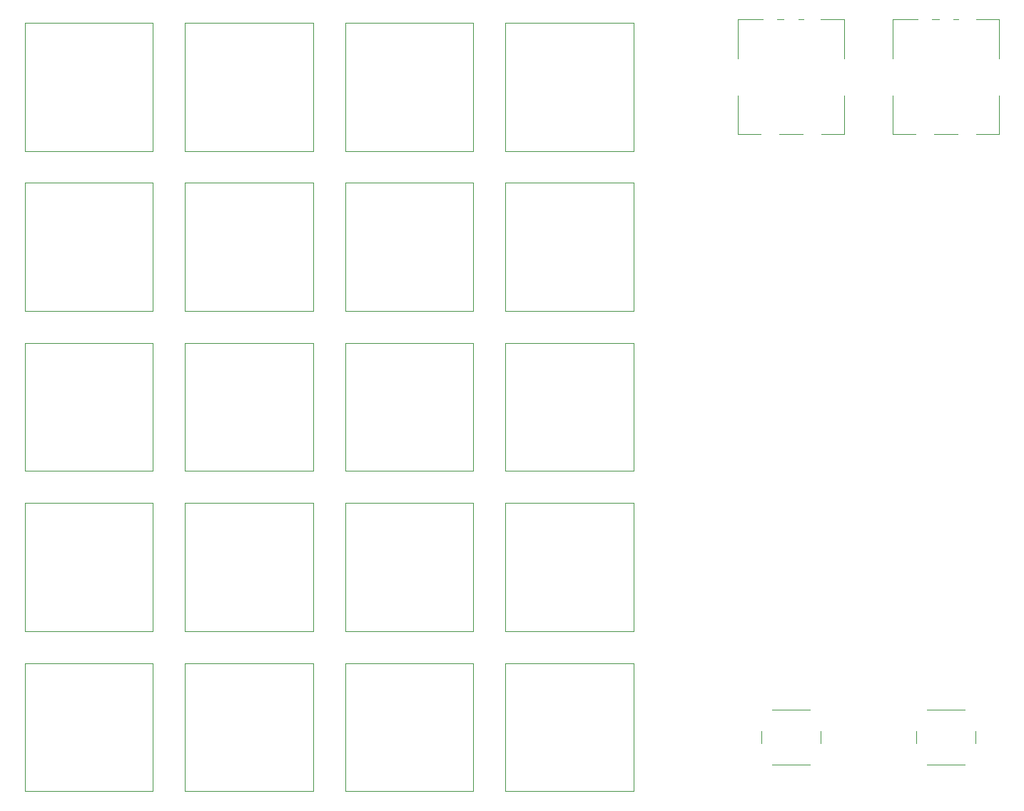
<source format=gbr>
%TF.GenerationSoftware,KiCad,Pcbnew,9.0.4*%
%TF.CreationDate,2025-10-10T02:19:09+02:00*%
%TF.ProjectId,ecad,65636164-2e6b-4696-9361-645f70636258,rev?*%
%TF.SameCoordinates,Original*%
%TF.FileFunction,Legend,Top*%
%TF.FilePolarity,Positive*%
%FSLAX46Y46*%
G04 Gerber Fmt 4.6, Leading zero omitted, Abs format (unit mm)*
G04 Created by KiCad (PCBNEW 9.0.4) date 2025-10-10 02:19:09*
%MOMM*%
%LPD*%
G01*
G04 APERTURE LIST*
%ADD10C,0.120000*%
G04 APERTURE END LIST*
D10*
%TO.C,SW17*%
X108600000Y-98300000D02*
X108600000Y-113500000D01*
X108600000Y-113500000D02*
X123800000Y-113500000D01*
X123800000Y-98300000D02*
X108600000Y-98300000D01*
X123800000Y-113500000D02*
X123800000Y-98300000D01*
%TO.C,SW2*%
X127600000Y-136300000D02*
X127600000Y-151500000D01*
X127600000Y-151500000D02*
X142800000Y-151500000D01*
X142800000Y-136300000D02*
X127600000Y-136300000D01*
X142800000Y-151500000D02*
X142800000Y-136300000D01*
%TO.C,SW1*%
X127600000Y-117300000D02*
X127600000Y-132500000D01*
X127600000Y-132500000D02*
X142800000Y-132500000D01*
X142800000Y-117300000D02*
X127600000Y-117300000D01*
X142800000Y-132500000D02*
X142800000Y-117300000D01*
%TO.C,SW4*%
X108600000Y-117300000D02*
X108600000Y-132500000D01*
X108600000Y-132500000D02*
X123800000Y-132500000D01*
X123800000Y-117300000D02*
X108600000Y-117300000D01*
X123800000Y-132500000D02*
X123800000Y-117300000D01*
%TO.C,SW16*%
X127600000Y-98300000D02*
X127600000Y-113500000D01*
X127600000Y-113500000D02*
X142800000Y-113500000D01*
X142800000Y-98300000D02*
X127600000Y-98300000D01*
X142800000Y-113500000D02*
X142800000Y-98300000D01*
%TO.C,SW11*%
X155190000Y-83500000D02*
X155190000Y-78890000D01*
X155190000Y-92510000D02*
X155190000Y-87900000D01*
X157900000Y-92510000D02*
X155190000Y-92510000D01*
X158150000Y-78890000D02*
X155190000Y-78890000D01*
X160650000Y-78890000D02*
X159850000Y-78890000D01*
X162900000Y-92510000D02*
X160100000Y-92510000D01*
X162950000Y-78890000D02*
X162350000Y-78890000D01*
X165050000Y-78890000D02*
X167810000Y-78890000D01*
X167800000Y-87900000D02*
X167800000Y-92510000D01*
X167800000Y-92510000D02*
X165100000Y-92510000D01*
X167810000Y-78890000D02*
X167810000Y-83500000D01*
%TO.C,SW23*%
X70600000Y-79300000D02*
X70600000Y-94500000D01*
X70600000Y-94500000D02*
X85800000Y-94500000D01*
X85800000Y-79300000D02*
X70600000Y-79300000D01*
X85800000Y-94500000D02*
X85800000Y-79300000D01*
%TO.C,SW24*%
X176400000Y-163350000D02*
X176400000Y-164850000D01*
X177650000Y-167350000D02*
X182150000Y-167350000D01*
X182150000Y-160850000D02*
X177650000Y-160850000D01*
X183400000Y-164850000D02*
X183400000Y-163350000D01*
%TO.C,SW8*%
X89600000Y-136300000D02*
X89600000Y-151500000D01*
X89600000Y-151500000D02*
X104800000Y-151500000D01*
X104800000Y-136300000D02*
X89600000Y-136300000D01*
X104800000Y-151500000D02*
X104800000Y-136300000D01*
%TO.C,SW18*%
X89600000Y-98300000D02*
X89600000Y-113500000D01*
X89600000Y-113500000D02*
X104800000Y-113500000D01*
X104800000Y-98300000D02*
X89600000Y-98300000D01*
X104800000Y-113500000D02*
X104800000Y-98300000D01*
%TO.C,SW10*%
X173590000Y-83500000D02*
X173590000Y-78890000D01*
X173590000Y-92510000D02*
X173590000Y-87900000D01*
X176300000Y-92510000D02*
X173590000Y-92510000D01*
X176550000Y-78890000D02*
X173590000Y-78890000D01*
X179050000Y-78890000D02*
X178250000Y-78890000D01*
X181300000Y-92510000D02*
X178500000Y-92510000D01*
X181350000Y-78890000D02*
X180750000Y-78890000D01*
X183450000Y-78890000D02*
X186210000Y-78890000D01*
X186200000Y-87900000D02*
X186200000Y-92510000D01*
X186200000Y-92510000D02*
X183500000Y-92510000D01*
X186210000Y-78890000D02*
X186210000Y-83500000D01*
%TO.C,SW13*%
X70600000Y-136300000D02*
X70600000Y-151500000D01*
X70600000Y-151500000D02*
X85800000Y-151500000D01*
X85800000Y-136300000D02*
X70600000Y-136300000D01*
X85800000Y-151500000D02*
X85800000Y-136300000D01*
%TO.C,SW6*%
X108600000Y-155300000D02*
X108600000Y-170500000D01*
X108600000Y-170500000D02*
X123800000Y-170500000D01*
X123800000Y-155300000D02*
X108600000Y-155300000D01*
X123800000Y-170500000D02*
X123800000Y-155300000D01*
%TO.C,SW25*%
X158000000Y-163350000D02*
X158000000Y-164850000D01*
X159250000Y-167350000D02*
X163750000Y-167350000D01*
X163750000Y-160850000D02*
X159250000Y-160850000D01*
X165000000Y-164850000D02*
X165000000Y-163350000D01*
%TO.C,SW7*%
X89600000Y-117300000D02*
X89600000Y-132500000D01*
X89600000Y-132500000D02*
X104800000Y-132500000D01*
X104800000Y-117300000D02*
X89600000Y-117300000D01*
X104800000Y-132500000D02*
X104800000Y-117300000D01*
%TO.C,SW3*%
X127600000Y-155300000D02*
X127600000Y-170500000D01*
X127600000Y-170500000D02*
X142800000Y-170500000D01*
X142800000Y-155300000D02*
X127600000Y-155300000D01*
X142800000Y-170500000D02*
X142800000Y-155300000D01*
%TO.C,SW21*%
X108600000Y-79300000D02*
X108600000Y-94500000D01*
X108600000Y-94500000D02*
X123800000Y-94500000D01*
X123800000Y-79300000D02*
X108600000Y-79300000D01*
X123800000Y-94500000D02*
X123800000Y-79300000D01*
%TO.C,SW14*%
X70600000Y-155300000D02*
X70600000Y-170500000D01*
X70600000Y-170500000D02*
X85800000Y-170500000D01*
X85800000Y-155300000D02*
X70600000Y-155300000D01*
X85800000Y-170500000D02*
X85800000Y-155300000D01*
%TO.C,SW12*%
X70600000Y-117300000D02*
X70600000Y-132500000D01*
X70600000Y-132500000D02*
X85800000Y-132500000D01*
X85800000Y-117300000D02*
X70600000Y-117300000D01*
X85800000Y-132500000D02*
X85800000Y-117300000D01*
%TO.C,SW20*%
X127600000Y-79300000D02*
X127600000Y-94500000D01*
X127600000Y-94500000D02*
X142800000Y-94500000D01*
X142800000Y-79300000D02*
X127600000Y-79300000D01*
X142800000Y-94500000D02*
X142800000Y-79300000D01*
%TO.C,SW22*%
X89600000Y-79300000D02*
X89600000Y-94500000D01*
X89600000Y-94500000D02*
X104800000Y-94500000D01*
X104800000Y-79300000D02*
X89600000Y-79300000D01*
X104800000Y-94500000D02*
X104800000Y-79300000D01*
%TO.C,SW5*%
X108600000Y-136300000D02*
X108600000Y-151500000D01*
X108600000Y-151500000D02*
X123800000Y-151500000D01*
X123800000Y-136300000D02*
X108600000Y-136300000D01*
X123800000Y-151500000D02*
X123800000Y-136300000D01*
%TO.C,SW19*%
X70600000Y-98300000D02*
X70600000Y-113500000D01*
X70600000Y-113500000D02*
X85800000Y-113500000D01*
X85800000Y-98300000D02*
X70600000Y-98300000D01*
X85800000Y-113500000D02*
X85800000Y-98300000D01*
%TO.C,SW9*%
X89600000Y-155300000D02*
X89600000Y-170500000D01*
X89600000Y-170500000D02*
X104800000Y-170500000D01*
X104800000Y-155300000D02*
X89600000Y-155300000D01*
X104800000Y-170500000D02*
X104800000Y-155300000D01*
%TD*%
M02*

</source>
